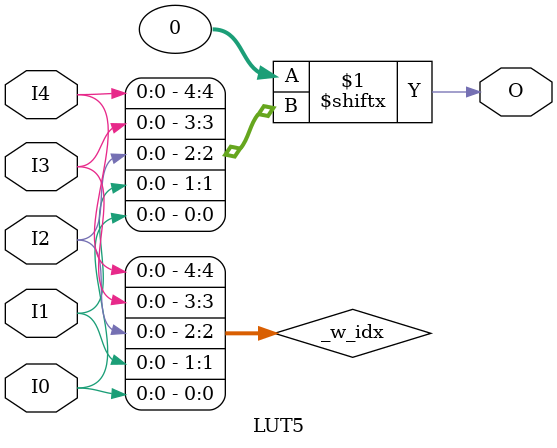
<source format=v>
`ifdef verilator3
`else
`timescale 1 ps / 1 ps
`endif

/* verilator coverage_off */
module LUT5
#(
    parameter [31:0] INIT = 32'h00000000
)
(
    input  wire I0, I1, I2, I3, I4,
    output wire O
);
    wire [4:0] _w_idx = { I4, I3, I2, I1, I0 };
    
    assign O = INIT[_w_idx];

endmodule
/* verilator coverage_on */

</source>
